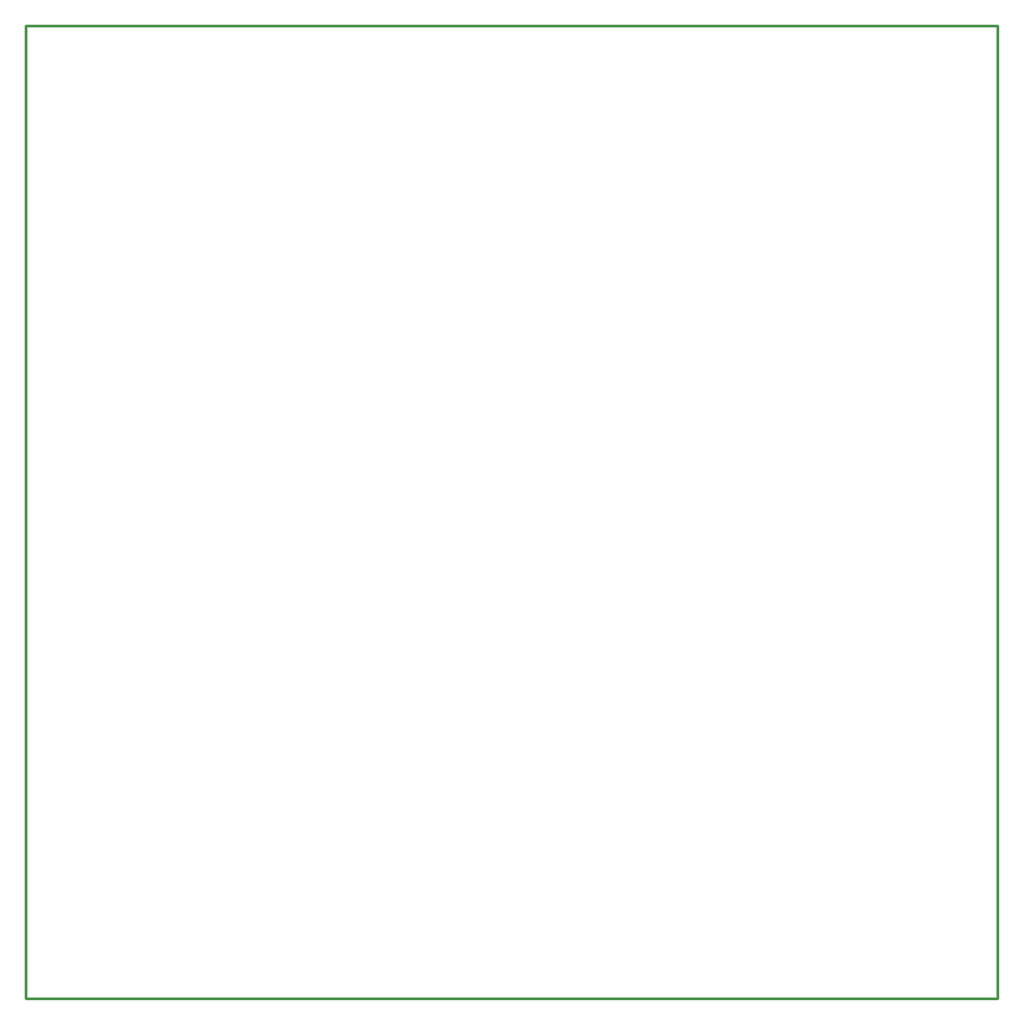
<source format=gm1>
G04*
G04 #@! TF.GenerationSoftware,Altium Limited,Altium Designer,24.0.1 (36)*
G04*
G04 Layer_Color=16711935*
%FSLAX44Y44*%
%MOMM*%
G71*
G04*
G04 #@! TF.SameCoordinates,D455C0F4-C0DA-4954-B017-65243BD5B9B1*
G04*
G04*
G04 #@! TF.FilePolarity,Positive*
G04*
G01*
G75*
%ADD10C,0.2540*%
D10*
X221Y899884D02*
X899954D01*
X221Y-593D02*
Y899884D01*
X899841Y899771D02*
X899954Y899884D01*
X899841Y-593D02*
Y899771D01*
X221Y-593D02*
X899841D01*
M02*

</source>
